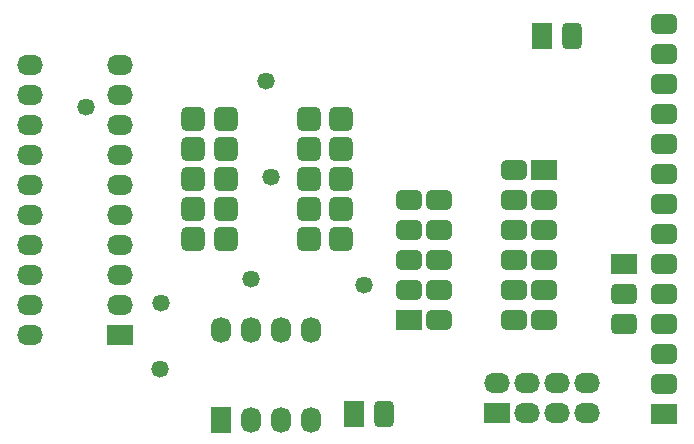
<source format=gbs>
G04 Layer_Color=8150272*
%FSLAX42Y42*%
%MOMM*%
G71*
G01*
G75*
G04:AMPARAMS|DCode=38|XSize=1.73mm|YSize=2.24mm|CornerRadius=0.48mm|HoleSize=0mm|Usage=FLASHONLY|Rotation=0.000|XOffset=0mm|YOffset=0mm|HoleType=Round|Shape=RoundedRectangle|*
%AMROUNDEDRECTD38*
21,1,1.73,1.27,0,0,0.0*
21,1,0.76,2.24,0,0,0.0*
1,1,0.97,0.38,-0.64*
1,1,0.97,-0.38,-0.64*
1,1,0.97,-0.38,0.64*
1,1,0.97,0.38,0.64*
%
%ADD38ROUNDEDRECTD38*%
%ADD39R,1.73X2.24*%
G04:AMPARAMS|DCode=40|XSize=1.73mm|YSize=2.2mm|CornerRadius=0.48mm|HoleSize=0mm|Usage=FLASHONLY|Rotation=90.000|XOffset=0mm|YOffset=0mm|HoleType=Round|Shape=RoundedRectangle|*
%AMROUNDEDRECTD40*
21,1,1.73,1.24,0,0,90.0*
21,1,0.76,2.20,0,0,90.0*
1,1,0.97,0.62,0.38*
1,1,0.97,0.62,-0.38*
1,1,0.97,-0.62,-0.38*
1,1,0.97,-0.62,0.38*
%
%ADD40ROUNDEDRECTD40*%
%ADD41R,2.20X1.73*%
%ADD42O,2.20X1.70*%
%ADD43R,2.20X1.70*%
G04:AMPARAMS|DCode=44|XSize=1.73mm|YSize=2.24mm|CornerRadius=0.48mm|HoleSize=0mm|Usage=FLASHONLY|Rotation=270.000|XOffset=0mm|YOffset=0mm|HoleType=Round|Shape=RoundedRectangle|*
%AMROUNDEDRECTD44*
21,1,1.73,1.27,0,0,270.0*
21,1,0.76,2.24,0,0,270.0*
1,1,0.97,-0.64,-0.38*
1,1,0.97,-0.64,0.38*
1,1,0.97,0.64,0.38*
1,1,0.97,0.64,-0.38*
%
%ADD44ROUNDEDRECTD44*%
%ADD45R,2.24X1.73*%
%ADD46O,2.20X1.73*%
%ADD47R,2.20X1.73*%
%ADD48O,1.70X2.20*%
%ADD49R,1.70X2.20*%
G04:AMPARAMS|DCode=50|XSize=2.08mm|YSize=2.08mm|CornerRadius=0.57mm|HoleSize=0mm|Usage=FLASHONLY|Rotation=270.000|XOffset=0mm|YOffset=0mm|HoleType=Round|Shape=RoundedRectangle|*
%AMROUNDEDRECTD50*
21,1,2.08,0.94,0,0,270.0*
21,1,0.94,2.08,0,0,270.0*
1,1,1.14,-0.47,-0.47*
1,1,1.14,-0.47,0.47*
1,1,1.14,0.47,0.47*
1,1,1.14,0.47,-0.47*
%
%ADD50ROUNDEDRECTD50*%
%ADD51C,1.47*%
D38*
X3429Y216D02*
D03*
X5029Y3416D02*
D03*
D39*
X3175Y216D02*
D03*
X4775Y3416D02*
D03*
D40*
X5804Y1486D02*
D03*
Y1232D02*
D03*
Y470D02*
D03*
Y724D02*
D03*
Y978D02*
D03*
Y2248D02*
D03*
Y1994D02*
D03*
Y1740D02*
D03*
Y2502D02*
D03*
Y2756D02*
D03*
Y3518D02*
D03*
Y3264D02*
D03*
Y3010D02*
D03*
X3899Y1778D02*
D03*
Y1524D02*
D03*
X3645Y1778D02*
D03*
Y1524D02*
D03*
X3899Y1270D02*
D03*
Y1016D02*
D03*
X3645Y1270D02*
D03*
Y2032D02*
D03*
X3899D02*
D03*
X4534Y1524D02*
D03*
Y1778D02*
D03*
X4788Y1524D02*
D03*
Y1778D02*
D03*
X4534Y2032D02*
D03*
Y2286D02*
D03*
X4788Y2032D02*
D03*
Y1270D02*
D03*
Y1016D02*
D03*
X4534Y1270D02*
D03*
Y1016D02*
D03*
D41*
X5804Y216D02*
D03*
X3645Y1016D02*
D03*
X4788Y2286D02*
D03*
D42*
X432Y3175D02*
D03*
Y2921D02*
D03*
Y2667D02*
D03*
Y2413D02*
D03*
Y2159D02*
D03*
Y1905D02*
D03*
Y1651D02*
D03*
Y1397D02*
D03*
Y1143D02*
D03*
Y889D02*
D03*
X1194Y3175D02*
D03*
Y2921D02*
D03*
Y2667D02*
D03*
Y2413D02*
D03*
Y2159D02*
D03*
Y1905D02*
D03*
Y1651D02*
D03*
Y1397D02*
D03*
Y1143D02*
D03*
D43*
Y889D02*
D03*
D44*
X5461Y978D02*
D03*
Y1232D02*
D03*
D45*
Y1486D02*
D03*
D46*
X5156Y485D02*
D03*
Y231D02*
D03*
X4902Y485D02*
D03*
Y231D02*
D03*
X4648Y485D02*
D03*
Y231D02*
D03*
X4394Y485D02*
D03*
D47*
Y231D02*
D03*
D48*
X2819Y927D02*
D03*
X2565D02*
D03*
X2311D02*
D03*
X2057D02*
D03*
X2819Y165D02*
D03*
X2565D02*
D03*
X2311D02*
D03*
D49*
X2057D02*
D03*
D50*
X1816Y2718D02*
D03*
X2096D02*
D03*
X1816Y2464D02*
D03*
X2096D02*
D03*
X1816Y2210D02*
D03*
X2096D02*
D03*
X1816Y1956D02*
D03*
X2096D02*
D03*
X1816Y1702D02*
D03*
X2096D02*
D03*
X3073D02*
D03*
X2794D02*
D03*
X3073Y1956D02*
D03*
X2794D02*
D03*
X3073Y2210D02*
D03*
X2794D02*
D03*
X3073Y2464D02*
D03*
X2794D02*
D03*
X3073Y2718D02*
D03*
X2794D02*
D03*
D51*
X914Y2819D02*
D03*
X2476Y2223D02*
D03*
X1549Y1156D02*
D03*
X3264Y1308D02*
D03*
X1537Y597D02*
D03*
X2311Y1359D02*
D03*
X2438Y3035D02*
D03*
M02*

</source>
